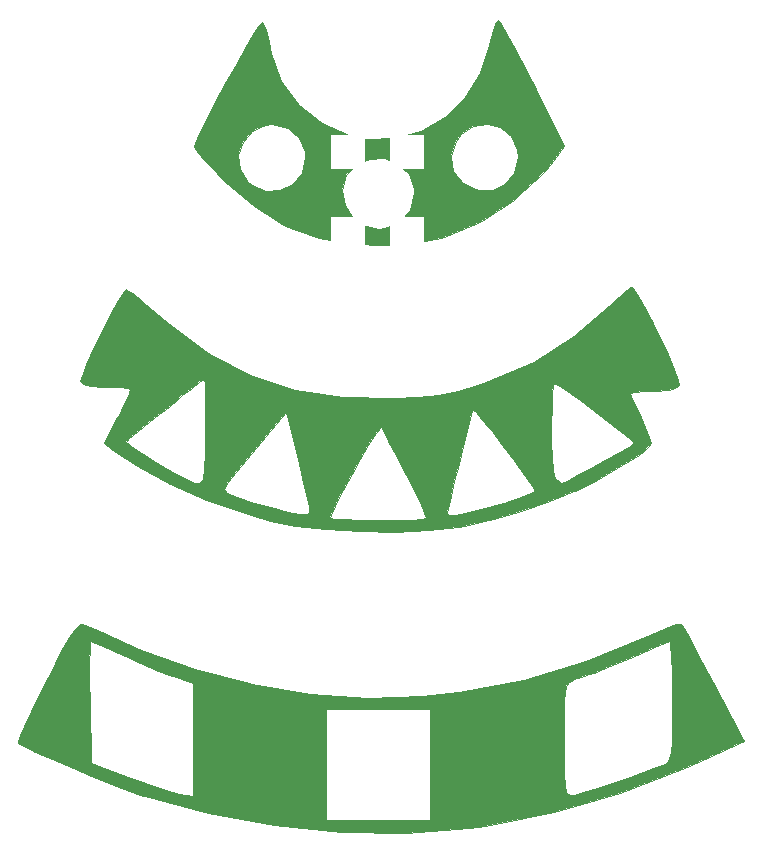
<source format=gbo>
G04 #@! TF.FileFunction,Legend,Bot*
%FSLAX46Y46*%
G04 Gerber Fmt 4.6, Leading zero omitted, Abs format (unit mm)*
G04 Created by KiCad (PCBNEW 4.0.0-rc1-stable) date 15/10/2016 23:53:53*
%MOMM*%
G01*
G04 APERTURE LIST*
%ADD10C,0.100000*%
%ADD11C,0.010000*%
%ADD12R,3.000000X3.000000*%
G04 APERTURE END LIST*
D10*
D11*
G36*
X85310014Y-150513925D02*
X84433876Y-150812613D01*
X83241538Y-151312526D01*
X82654167Y-151583003D01*
X77640689Y-153652472D01*
X72438965Y-155188718D01*
X66903791Y-156230349D01*
X63813527Y-156592392D01*
X59195344Y-156748581D01*
X54314516Y-156399166D01*
X49360900Y-155579884D01*
X49127765Y-155519466D01*
X44377778Y-155519466D01*
X44377778Y-165064633D01*
X43231250Y-164846659D01*
X42393403Y-164625622D01*
X41117063Y-164217694D01*
X39620306Y-163694296D01*
X38909722Y-163431366D01*
X35734722Y-162234046D01*
X35637097Y-157083689D01*
X35612315Y-155268764D01*
X35609700Y-153734127D01*
X35628014Y-152603330D01*
X35666021Y-151999921D01*
X35688676Y-151933333D01*
X36056407Y-152070380D01*
X36901757Y-152434593D01*
X38062606Y-152955578D01*
X38432135Y-153124567D01*
X39932927Y-153791703D01*
X41438573Y-154425189D01*
X42638757Y-154894715D01*
X42702084Y-154917633D01*
X44377778Y-155519466D01*
X49127765Y-155519466D01*
X44524355Y-154326474D01*
X39994736Y-152674672D01*
X37920179Y-151718432D01*
X36679155Y-151138312D01*
X35623424Y-150713232D01*
X34958806Y-150525023D01*
X34911503Y-150522222D01*
X34534640Y-150760771D01*
X33981781Y-151505803D01*
X33225628Y-152801389D01*
X32238883Y-154691604D01*
X31860576Y-155448187D01*
X31034495Y-157144504D01*
X30349519Y-158610111D01*
X29855388Y-159733697D01*
X29601848Y-160403948D01*
X29584645Y-160541125D01*
X30054625Y-160823088D01*
X31044020Y-161301661D01*
X32414439Y-161918299D01*
X34027495Y-162614458D01*
X35744797Y-163331595D01*
X37427957Y-164011165D01*
X38938585Y-164594624D01*
X40138292Y-165023428D01*
X40320834Y-165082958D01*
X45644065Y-166510420D01*
X51226249Y-167507539D01*
X56889062Y-168058839D01*
X62454183Y-168148843D01*
X67743289Y-167762073D01*
X69072222Y-167578298D01*
X74930966Y-166430503D01*
X80569006Y-164794149D01*
X86208645Y-162601518D01*
X87886758Y-161847043D01*
X91002682Y-160405523D01*
X89235195Y-157010867D01*
X84947222Y-157010867D01*
X84938796Y-159021950D01*
X84904976Y-160438158D01*
X84832953Y-161370061D01*
X84709918Y-161928228D01*
X84523061Y-162223228D01*
X84329861Y-162339707D01*
X83133318Y-162801440D01*
X81678590Y-163325876D01*
X80132114Y-163857685D01*
X78660325Y-164341538D01*
X77429660Y-164722103D01*
X76606555Y-164944051D01*
X76392361Y-164978454D01*
X76141810Y-164920927D01*
X75969462Y-164668342D01*
X75860985Y-164111645D01*
X75802051Y-163141787D01*
X75778329Y-161649713D01*
X75775000Y-160280237D01*
X75778628Y-158381015D01*
X75792027Y-157678571D01*
X64486111Y-157678571D01*
X64486111Y-167102777D01*
X55666667Y-167102777D01*
X55666667Y-157678571D01*
X64486111Y-157678571D01*
X75792027Y-157678571D01*
X75803711Y-157066094D01*
X75871549Y-156214222D01*
X76003440Y-155704145D01*
X76220685Y-155414608D01*
X76544582Y-155224360D01*
X76673544Y-155164959D01*
X77450444Y-154861524D01*
X77907783Y-154755555D01*
X78356156Y-154618464D01*
X79287819Y-154249868D01*
X80545380Y-153713779D01*
X81377361Y-153344444D01*
X82737600Y-152741433D01*
X83847888Y-152266975D01*
X84557765Y-151984412D01*
X84729233Y-151933333D01*
X84806572Y-152265347D01*
X84871836Y-153178401D01*
X84919680Y-154548009D01*
X84944760Y-156249688D01*
X84947222Y-157010867D01*
X89235195Y-157010867D01*
X88475645Y-155552067D01*
X87590228Y-153865589D01*
X86809020Y-152403983D01*
X86193735Y-151280675D01*
X85806084Y-150609088D01*
X85712499Y-150473579D01*
X85310014Y-150513925D01*
X85310014Y-150513925D01*
G37*
X85310014Y-150513925D02*
X84433876Y-150812613D01*
X83241538Y-151312526D01*
X82654167Y-151583003D01*
X77640689Y-153652472D01*
X72438965Y-155188718D01*
X66903791Y-156230349D01*
X63813527Y-156592392D01*
X59195344Y-156748581D01*
X54314516Y-156399166D01*
X49360900Y-155579884D01*
X49127765Y-155519466D01*
X44377778Y-155519466D01*
X44377778Y-165064633D01*
X43231250Y-164846659D01*
X42393403Y-164625622D01*
X41117063Y-164217694D01*
X39620306Y-163694296D01*
X38909722Y-163431366D01*
X35734722Y-162234046D01*
X35637097Y-157083689D01*
X35612315Y-155268764D01*
X35609700Y-153734127D01*
X35628014Y-152603330D01*
X35666021Y-151999921D01*
X35688676Y-151933333D01*
X36056407Y-152070380D01*
X36901757Y-152434593D01*
X38062606Y-152955578D01*
X38432135Y-153124567D01*
X39932927Y-153791703D01*
X41438573Y-154425189D01*
X42638757Y-154894715D01*
X42702084Y-154917633D01*
X44377778Y-155519466D01*
X49127765Y-155519466D01*
X44524355Y-154326474D01*
X39994736Y-152674672D01*
X37920179Y-151718432D01*
X36679155Y-151138312D01*
X35623424Y-150713232D01*
X34958806Y-150525023D01*
X34911503Y-150522222D01*
X34534640Y-150760771D01*
X33981781Y-151505803D01*
X33225628Y-152801389D01*
X32238883Y-154691604D01*
X31860576Y-155448187D01*
X31034495Y-157144504D01*
X30349519Y-158610111D01*
X29855388Y-159733697D01*
X29601848Y-160403948D01*
X29584645Y-160541125D01*
X30054625Y-160823088D01*
X31044020Y-161301661D01*
X32414439Y-161918299D01*
X34027495Y-162614458D01*
X35744797Y-163331595D01*
X37427957Y-164011165D01*
X38938585Y-164594624D01*
X40138292Y-165023428D01*
X40320834Y-165082958D01*
X45644065Y-166510420D01*
X51226249Y-167507539D01*
X56889062Y-168058839D01*
X62454183Y-168148843D01*
X67743289Y-167762073D01*
X69072222Y-167578298D01*
X74930966Y-166430503D01*
X80569006Y-164794149D01*
X86208645Y-162601518D01*
X87886758Y-161847043D01*
X91002682Y-160405523D01*
X89235195Y-157010867D01*
X84947222Y-157010867D01*
X84938796Y-159021950D01*
X84904976Y-160438158D01*
X84832953Y-161370061D01*
X84709918Y-161928228D01*
X84523061Y-162223228D01*
X84329861Y-162339707D01*
X83133318Y-162801440D01*
X81678590Y-163325876D01*
X80132114Y-163857685D01*
X78660325Y-164341538D01*
X77429660Y-164722103D01*
X76606555Y-164944051D01*
X76392361Y-164978454D01*
X76141810Y-164920927D01*
X75969462Y-164668342D01*
X75860985Y-164111645D01*
X75802051Y-163141787D01*
X75778329Y-161649713D01*
X75775000Y-160280237D01*
X75778628Y-158381015D01*
X75792027Y-157678571D01*
X64486111Y-157678571D01*
X64486111Y-167102777D01*
X55666667Y-167102777D01*
X55666667Y-157678571D01*
X64486111Y-157678571D01*
X75792027Y-157678571D01*
X75803711Y-157066094D01*
X75871549Y-156214222D01*
X76003440Y-155704145D01*
X76220685Y-155414608D01*
X76544582Y-155224360D01*
X76673544Y-155164959D01*
X77450444Y-154861524D01*
X77907783Y-154755555D01*
X78356156Y-154618464D01*
X79287819Y-154249868D01*
X80545380Y-153713779D01*
X81377361Y-153344444D01*
X82737600Y-152741433D01*
X83847888Y-152266975D01*
X84557765Y-151984412D01*
X84729233Y-151933333D01*
X84806572Y-152265347D01*
X84871836Y-153178401D01*
X84919680Y-154548009D01*
X84944760Y-156249688D01*
X84947222Y-157010867D01*
X89235195Y-157010867D01*
X88475645Y-155552067D01*
X87590228Y-153865589D01*
X86809020Y-152403983D01*
X86193735Y-151280675D01*
X85806084Y-150609088D01*
X85712499Y-150473579D01*
X85310014Y-150513925D01*
G36*
X81118991Y-122182278D02*
X80424112Y-122795563D01*
X79640812Y-123568222D01*
X76684279Y-126142753D01*
X73218983Y-128285035D01*
X69205768Y-130018574D01*
X68474520Y-130271538D01*
X66862051Y-130745549D01*
X65230463Y-131065656D01*
X63334258Y-131270697D01*
X61487500Y-131376870D01*
X57049848Y-131303940D01*
X52985620Y-130662563D01*
X49213968Y-129424150D01*
X45654043Y-127560110D01*
X42224997Y-125041852D01*
X41303572Y-124239271D01*
X40231412Y-123299863D01*
X39349744Y-122574623D01*
X38792133Y-122171338D01*
X38681951Y-122123611D01*
X38425860Y-122420850D01*
X37957677Y-123211887D01*
X37351696Y-124345705D01*
X36682215Y-125671283D01*
X36023529Y-127037604D01*
X35449936Y-128293648D01*
X35035731Y-129288397D01*
X34855212Y-129870832D01*
X34852778Y-129906990D01*
X35037190Y-130204888D01*
X35671724Y-130364074D01*
X36878326Y-130413752D01*
X36969445Y-130413888D01*
X38085960Y-130442127D01*
X38852953Y-130515524D01*
X39086111Y-130600337D01*
X38938498Y-130985815D01*
X38550882Y-131820505D01*
X38006097Y-132926256D01*
X37987414Y-132963293D01*
X36888717Y-135139799D01*
X37705901Y-135801515D01*
X39783569Y-137229699D01*
X42419210Y-138636354D01*
X45466630Y-139955706D01*
X48779636Y-141121977D01*
X50904167Y-141739664D01*
X53040954Y-142165176D01*
X55662922Y-142463642D01*
X58560205Y-142629329D01*
X61522937Y-142656506D01*
X64341251Y-142539443D01*
X66805280Y-142272409D01*
X67308334Y-142187621D01*
X69456820Y-141696906D01*
X70159868Y-141490850D01*
X64133334Y-141490850D01*
X63803790Y-141574287D01*
X62907998Y-141642259D01*
X61585218Y-141687492D01*
X60076389Y-141702777D01*
X58479152Y-141684977D01*
X57177953Y-141636592D01*
X56312051Y-141565143D01*
X56019445Y-141483644D01*
X56176043Y-141005854D01*
X56218165Y-140915748D01*
X54241537Y-140915748D01*
X54185763Y-141126048D01*
X53933663Y-141214463D01*
X53383071Y-141165779D01*
X52431821Y-140964780D01*
X50977749Y-140596253D01*
X49564182Y-140219196D01*
X48068759Y-139768408D01*
X47223359Y-139390018D01*
X46978917Y-139061104D01*
X46990251Y-139016670D01*
X47280093Y-138572573D01*
X47929462Y-137723750D01*
X48836785Y-136599511D01*
X49718661Y-135543182D01*
X50925860Y-134118055D01*
X45436111Y-134118055D01*
X45421648Y-136065780D01*
X45354537Y-137394583D01*
X45199199Y-138190890D01*
X44920054Y-138541127D01*
X44481523Y-138531722D01*
X43848024Y-138249100D01*
X43755630Y-138200082D01*
X42381421Y-137438181D01*
X41054154Y-136656482D01*
X39912270Y-135941993D01*
X39094210Y-135381725D01*
X38738414Y-135062684D01*
X38733334Y-135043617D01*
X38995752Y-134728173D01*
X39696631Y-134106381D01*
X40706407Y-133290410D01*
X41179479Y-132925885D01*
X42401331Y-131987402D01*
X43493599Y-131131541D01*
X44267323Y-130506859D01*
X44408457Y-130387281D01*
X45004339Y-129902495D01*
X45313701Y-129708333D01*
X45360074Y-130038840D01*
X45398387Y-130941306D01*
X45424931Y-132282147D01*
X45435998Y-133927780D01*
X45436111Y-134118055D01*
X50925860Y-134118055D01*
X52269906Y-132531377D01*
X53248712Y-136499716D01*
X53638208Y-138111103D01*
X53956775Y-139490282D01*
X54169468Y-140481821D01*
X54241537Y-140915748D01*
X56218165Y-140915748D01*
X56593776Y-140112270D01*
X57194553Y-138943029D01*
X57900281Y-137638268D01*
X58632868Y-136338123D01*
X59314223Y-135182731D01*
X59866252Y-134312228D01*
X60210865Y-133866750D01*
X60277578Y-133842407D01*
X60533194Y-134253675D01*
X61009592Y-135130118D01*
X61628713Y-136316897D01*
X62312498Y-137659170D01*
X62982890Y-139002097D01*
X63561828Y-140190838D01*
X63971255Y-141070551D01*
X64133111Y-141486396D01*
X64133334Y-141490850D01*
X70159868Y-141490850D01*
X71879390Y-140986877D01*
X74340098Y-140139446D01*
X76603001Y-139236526D01*
X76706740Y-139186816D01*
X73305556Y-139186816D01*
X72992115Y-139418824D01*
X72163051Y-139762308D01*
X70985246Y-140149890D01*
X70747917Y-140219474D01*
X68797005Y-140768535D01*
X67427785Y-141118702D01*
X66549958Y-141286115D01*
X66073227Y-141286914D01*
X65907294Y-141137241D01*
X65903538Y-141085416D01*
X65986786Y-140628871D01*
X66202595Y-139672734D01*
X66511042Y-138377415D01*
X66872200Y-136903327D01*
X67246144Y-135410880D01*
X67592951Y-134060487D01*
X67872694Y-133012559D01*
X68045449Y-132427508D01*
X68075401Y-132359250D01*
X68323355Y-132569515D01*
X68885617Y-133220610D01*
X69662320Y-134182168D01*
X70553598Y-135323820D01*
X71459584Y-136515197D01*
X72280412Y-137625932D01*
X72916214Y-138525656D01*
X73267124Y-139084001D01*
X73305556Y-139186816D01*
X76706740Y-139186816D01*
X78432154Y-138360030D01*
X78597222Y-138268478D01*
X80677117Y-137059614D01*
X82124751Y-136138486D01*
X82949278Y-135498899D01*
X83163704Y-135181279D01*
X81708536Y-135181279D01*
X81268509Y-135485568D01*
X80396272Y-136002921D01*
X79263501Y-136640150D01*
X78041875Y-137304068D01*
X76903071Y-137901487D01*
X76018767Y-138339220D01*
X75560641Y-138524081D01*
X75548160Y-138525154D01*
X75088493Y-138243728D01*
X74930799Y-137969758D01*
X74834040Y-137391544D01*
X74767283Y-136354238D01*
X74730107Y-135029016D01*
X74722092Y-133587053D01*
X74742817Y-132199527D01*
X74791860Y-131037614D01*
X74868802Y-130272491D01*
X74950242Y-130061111D01*
X75315400Y-130256724D01*
X76080200Y-130777057D01*
X77112964Y-131522350D01*
X78282014Y-132392841D01*
X79455672Y-133288770D01*
X80502262Y-134110376D01*
X81290104Y-134757899D01*
X81687522Y-135131578D01*
X81708536Y-135181279D01*
X83163704Y-135181279D01*
X83167006Y-135176388D01*
X83032433Y-134686117D01*
X82674455Y-133781697D01*
X82297943Y-132936498D01*
X81828318Y-131905650D01*
X81509551Y-131163760D01*
X81419445Y-130908025D01*
X81738714Y-130830779D01*
X82562667Y-130779435D01*
X83370794Y-130766666D01*
X84699584Y-130685633D01*
X85394780Y-130434281D01*
X85510121Y-130276806D01*
X85428471Y-129811924D01*
X85087789Y-128889316D01*
X84559440Y-127656848D01*
X83914790Y-126262384D01*
X83225204Y-124853791D01*
X82562049Y-123578936D01*
X81996689Y-122585682D01*
X81600491Y-122021897D01*
X81489949Y-121947222D01*
X81118991Y-122182278D01*
X81118991Y-122182278D01*
G37*
X81118991Y-122182278D02*
X80424112Y-122795563D01*
X79640812Y-123568222D01*
X76684279Y-126142753D01*
X73218983Y-128285035D01*
X69205768Y-130018574D01*
X68474520Y-130271538D01*
X66862051Y-130745549D01*
X65230463Y-131065656D01*
X63334258Y-131270697D01*
X61487500Y-131376870D01*
X57049848Y-131303940D01*
X52985620Y-130662563D01*
X49213968Y-129424150D01*
X45654043Y-127560110D01*
X42224997Y-125041852D01*
X41303572Y-124239271D01*
X40231412Y-123299863D01*
X39349744Y-122574623D01*
X38792133Y-122171338D01*
X38681951Y-122123611D01*
X38425860Y-122420850D01*
X37957677Y-123211887D01*
X37351696Y-124345705D01*
X36682215Y-125671283D01*
X36023529Y-127037604D01*
X35449936Y-128293648D01*
X35035731Y-129288397D01*
X34855212Y-129870832D01*
X34852778Y-129906990D01*
X35037190Y-130204888D01*
X35671724Y-130364074D01*
X36878326Y-130413752D01*
X36969445Y-130413888D01*
X38085960Y-130442127D01*
X38852953Y-130515524D01*
X39086111Y-130600337D01*
X38938498Y-130985815D01*
X38550882Y-131820505D01*
X38006097Y-132926256D01*
X37987414Y-132963293D01*
X36888717Y-135139799D01*
X37705901Y-135801515D01*
X39783569Y-137229699D01*
X42419210Y-138636354D01*
X45466630Y-139955706D01*
X48779636Y-141121977D01*
X50904167Y-141739664D01*
X53040954Y-142165176D01*
X55662922Y-142463642D01*
X58560205Y-142629329D01*
X61522937Y-142656506D01*
X64341251Y-142539443D01*
X66805280Y-142272409D01*
X67308334Y-142187621D01*
X69456820Y-141696906D01*
X70159868Y-141490850D01*
X64133334Y-141490850D01*
X63803790Y-141574287D01*
X62907998Y-141642259D01*
X61585218Y-141687492D01*
X60076389Y-141702777D01*
X58479152Y-141684977D01*
X57177953Y-141636592D01*
X56312051Y-141565143D01*
X56019445Y-141483644D01*
X56176043Y-141005854D01*
X56218165Y-140915748D01*
X54241537Y-140915748D01*
X54185763Y-141126048D01*
X53933663Y-141214463D01*
X53383071Y-141165779D01*
X52431821Y-140964780D01*
X50977749Y-140596253D01*
X49564182Y-140219196D01*
X48068759Y-139768408D01*
X47223359Y-139390018D01*
X46978917Y-139061104D01*
X46990251Y-139016670D01*
X47280093Y-138572573D01*
X47929462Y-137723750D01*
X48836785Y-136599511D01*
X49718661Y-135543182D01*
X50925860Y-134118055D01*
X45436111Y-134118055D01*
X45421648Y-136065780D01*
X45354537Y-137394583D01*
X45199199Y-138190890D01*
X44920054Y-138541127D01*
X44481523Y-138531722D01*
X43848024Y-138249100D01*
X43755630Y-138200082D01*
X42381421Y-137438181D01*
X41054154Y-136656482D01*
X39912270Y-135941993D01*
X39094210Y-135381725D01*
X38738414Y-135062684D01*
X38733334Y-135043617D01*
X38995752Y-134728173D01*
X39696631Y-134106381D01*
X40706407Y-133290410D01*
X41179479Y-132925885D01*
X42401331Y-131987402D01*
X43493599Y-131131541D01*
X44267323Y-130506859D01*
X44408457Y-130387281D01*
X45004339Y-129902495D01*
X45313701Y-129708333D01*
X45360074Y-130038840D01*
X45398387Y-130941306D01*
X45424931Y-132282147D01*
X45435998Y-133927780D01*
X45436111Y-134118055D01*
X50925860Y-134118055D01*
X52269906Y-132531377D01*
X53248712Y-136499716D01*
X53638208Y-138111103D01*
X53956775Y-139490282D01*
X54169468Y-140481821D01*
X54241537Y-140915748D01*
X56218165Y-140915748D01*
X56593776Y-140112270D01*
X57194553Y-138943029D01*
X57900281Y-137638268D01*
X58632868Y-136338123D01*
X59314223Y-135182731D01*
X59866252Y-134312228D01*
X60210865Y-133866750D01*
X60277578Y-133842407D01*
X60533194Y-134253675D01*
X61009592Y-135130118D01*
X61628713Y-136316897D01*
X62312498Y-137659170D01*
X62982890Y-139002097D01*
X63561828Y-140190838D01*
X63971255Y-141070551D01*
X64133111Y-141486396D01*
X64133334Y-141490850D01*
X70159868Y-141490850D01*
X71879390Y-140986877D01*
X74340098Y-140139446D01*
X76603001Y-139236526D01*
X76706740Y-139186816D01*
X73305556Y-139186816D01*
X72992115Y-139418824D01*
X72163051Y-139762308D01*
X70985246Y-140149890D01*
X70747917Y-140219474D01*
X68797005Y-140768535D01*
X67427785Y-141118702D01*
X66549958Y-141286115D01*
X66073227Y-141286914D01*
X65907294Y-141137241D01*
X65903538Y-141085416D01*
X65986786Y-140628871D01*
X66202595Y-139672734D01*
X66511042Y-138377415D01*
X66872200Y-136903327D01*
X67246144Y-135410880D01*
X67592951Y-134060487D01*
X67872694Y-133012559D01*
X68045449Y-132427508D01*
X68075401Y-132359250D01*
X68323355Y-132569515D01*
X68885617Y-133220610D01*
X69662320Y-134182168D01*
X70553598Y-135323820D01*
X71459584Y-136515197D01*
X72280412Y-137625932D01*
X72916214Y-138525656D01*
X73267124Y-139084001D01*
X73305556Y-139186816D01*
X76706740Y-139186816D01*
X78432154Y-138360030D01*
X78597222Y-138268478D01*
X80677117Y-137059614D01*
X82124751Y-136138486D01*
X82949278Y-135498899D01*
X83163704Y-135181279D01*
X81708536Y-135181279D01*
X81268509Y-135485568D01*
X80396272Y-136002921D01*
X79263501Y-136640150D01*
X78041875Y-137304068D01*
X76903071Y-137901487D01*
X76018767Y-138339220D01*
X75560641Y-138524081D01*
X75548160Y-138525154D01*
X75088493Y-138243728D01*
X74930799Y-137969758D01*
X74834040Y-137391544D01*
X74767283Y-136354238D01*
X74730107Y-135029016D01*
X74722092Y-133587053D01*
X74742817Y-132199527D01*
X74791860Y-131037614D01*
X74868802Y-130272491D01*
X74950242Y-130061111D01*
X75315400Y-130256724D01*
X76080200Y-130777057D01*
X77112964Y-131522350D01*
X78282014Y-132392841D01*
X79455672Y-133288770D01*
X80502262Y-134110376D01*
X81290104Y-134757899D01*
X81687522Y-135131578D01*
X81708536Y-135181279D01*
X83163704Y-135181279D01*
X83167006Y-135176388D01*
X83032433Y-134686117D01*
X82674455Y-133781697D01*
X82297943Y-132936498D01*
X81828318Y-131905650D01*
X81509551Y-131163760D01*
X81419445Y-130908025D01*
X81738714Y-130830779D01*
X82562667Y-130779435D01*
X83370794Y-130766666D01*
X84699584Y-130685633D01*
X85394780Y-130434281D01*
X85510121Y-130276806D01*
X85428471Y-129811924D01*
X85087789Y-128889316D01*
X84559440Y-127656848D01*
X83914790Y-126262384D01*
X83225204Y-124853791D01*
X82562049Y-123578936D01*
X81996689Y-122585682D01*
X81600491Y-122021897D01*
X81489949Y-121947222D01*
X81118991Y-122182278D01*
G36*
X69951602Y-99685912D02*
X69679340Y-100508784D01*
X69456659Y-101468253D01*
X68672761Y-103844398D01*
X67380165Y-105888076D01*
X65680005Y-107533012D01*
X63673419Y-108712931D01*
X61461544Y-109361557D01*
X59145515Y-109412616D01*
X57760826Y-109132608D01*
X55318006Y-108084640D01*
X53334992Y-106529054D01*
X51863693Y-104524914D01*
X50956020Y-102131283D01*
X50777402Y-101186802D01*
X50570360Y-100213256D01*
X50309966Y-99589725D01*
X50198450Y-99488555D01*
X49961329Y-99753977D01*
X49469523Y-100528058D01*
X48788615Y-101690777D01*
X47984186Y-103122113D01*
X47121820Y-104702046D01*
X46267100Y-106310557D01*
X45485609Y-107827623D01*
X44842928Y-109133226D01*
X44431408Y-110042596D01*
X44616985Y-110395457D01*
X45215083Y-111116025D01*
X46124363Y-112088519D01*
X46913793Y-112878693D01*
X49539723Y-115136403D01*
X52191309Y-116756069D01*
X55010348Y-117795581D01*
X58138637Y-118312825D01*
X60429167Y-118396285D01*
X63130912Y-118241941D01*
X65349048Y-117818996D01*
X65615813Y-117738299D01*
X68713179Y-116424316D01*
X71553189Y-114587905D01*
X72174967Y-114009722D01*
X63075000Y-114009722D01*
X62763034Y-115394756D01*
X61912880Y-116420562D01*
X60653150Y-116958528D01*
X60076389Y-117008333D01*
X58730472Y-116720448D01*
X57943687Y-116142424D01*
X57227261Y-115009320D01*
X57036842Y-113722186D01*
X57369154Y-112507717D01*
X58007298Y-111742271D01*
X59281388Y-111107100D01*
X60582882Y-111053253D01*
X61752334Y-111509390D01*
X62630297Y-112404168D01*
X63057323Y-113666245D01*
X63075000Y-114009722D01*
X72174967Y-114009722D01*
X73961184Y-112348744D01*
X74599660Y-111582526D01*
X75083362Y-110961673D01*
X71894445Y-110961673D01*
X71603999Y-112303076D01*
X70836215Y-113261646D01*
X69746420Y-113766865D01*
X68489940Y-113748219D01*
X67222103Y-113135192D01*
X67179520Y-113102173D01*
X66423640Y-112106890D01*
X66261141Y-110961673D01*
X53902778Y-110961673D01*
X53607859Y-112277474D01*
X52835652Y-113242054D01*
X51754983Y-113781817D01*
X50534675Y-113823170D01*
X49343553Y-113292519D01*
X49074820Y-113066283D01*
X48369516Y-111994035D01*
X48231130Y-110797757D01*
X48588575Y-109654681D01*
X49370763Y-108742038D01*
X50506610Y-108237061D01*
X51031118Y-108188888D01*
X52407264Y-108485867D01*
X53392980Y-109303238D01*
X53873982Y-110530651D01*
X53902778Y-110961673D01*
X66261141Y-110961673D01*
X66250170Y-110884357D01*
X66663758Y-109612294D01*
X67073154Y-109035148D01*
X68103037Y-108287552D01*
X69263646Y-108109886D01*
X70384525Y-108434039D01*
X71295219Y-109191899D01*
X71825273Y-110315354D01*
X71894445Y-110961673D01*
X75083362Y-110961673D01*
X75814621Y-110023070D01*
X73146769Y-104696257D01*
X72249295Y-102938533D01*
X71443904Y-101425253D01*
X70788378Y-100259963D01*
X70340497Y-99546206D01*
X70174246Y-99369444D01*
X69951602Y-99685912D01*
X69951602Y-99685912D01*
G37*
X69951602Y-99685912D02*
X69679340Y-100508784D01*
X69456659Y-101468253D01*
X68672761Y-103844398D01*
X67380165Y-105888076D01*
X65680005Y-107533012D01*
X63673419Y-108712931D01*
X61461544Y-109361557D01*
X59145515Y-109412616D01*
X57760826Y-109132608D01*
X55318006Y-108084640D01*
X53334992Y-106529054D01*
X51863693Y-104524914D01*
X50956020Y-102131283D01*
X50777402Y-101186802D01*
X50570360Y-100213256D01*
X50309966Y-99589725D01*
X50198450Y-99488555D01*
X49961329Y-99753977D01*
X49469523Y-100528058D01*
X48788615Y-101690777D01*
X47984186Y-103122113D01*
X47121820Y-104702046D01*
X46267100Y-106310557D01*
X45485609Y-107827623D01*
X44842928Y-109133226D01*
X44431408Y-110042596D01*
X44616985Y-110395457D01*
X45215083Y-111116025D01*
X46124363Y-112088519D01*
X46913793Y-112878693D01*
X49539723Y-115136403D01*
X52191309Y-116756069D01*
X55010348Y-117795581D01*
X58138637Y-118312825D01*
X60429167Y-118396285D01*
X63130912Y-118241941D01*
X65349048Y-117818996D01*
X65615813Y-117738299D01*
X68713179Y-116424316D01*
X71553189Y-114587905D01*
X72174967Y-114009722D01*
X63075000Y-114009722D01*
X62763034Y-115394756D01*
X61912880Y-116420562D01*
X60653150Y-116958528D01*
X60076389Y-117008333D01*
X58730472Y-116720448D01*
X57943687Y-116142424D01*
X57227261Y-115009320D01*
X57036842Y-113722186D01*
X57369154Y-112507717D01*
X58007298Y-111742271D01*
X59281388Y-111107100D01*
X60582882Y-111053253D01*
X61752334Y-111509390D01*
X62630297Y-112404168D01*
X63057323Y-113666245D01*
X63075000Y-114009722D01*
X72174967Y-114009722D01*
X73961184Y-112348744D01*
X74599660Y-111582526D01*
X75083362Y-110961673D01*
X71894445Y-110961673D01*
X71603999Y-112303076D01*
X70836215Y-113261646D01*
X69746420Y-113766865D01*
X68489940Y-113748219D01*
X67222103Y-113135192D01*
X67179520Y-113102173D01*
X66423640Y-112106890D01*
X66261141Y-110961673D01*
X53902778Y-110961673D01*
X53607859Y-112277474D01*
X52835652Y-113242054D01*
X51754983Y-113781817D01*
X50534675Y-113823170D01*
X49343553Y-113292519D01*
X49074820Y-113066283D01*
X48369516Y-111994035D01*
X48231130Y-110797757D01*
X48588575Y-109654681D01*
X49370763Y-108742038D01*
X50506610Y-108237061D01*
X51031118Y-108188888D01*
X52407264Y-108485867D01*
X53392980Y-109303238D01*
X53873982Y-110530651D01*
X53902778Y-110961673D01*
X66261141Y-110961673D01*
X66250170Y-110884357D01*
X66663758Y-109612294D01*
X67073154Y-109035148D01*
X68103037Y-108287552D01*
X69263646Y-108109886D01*
X70384525Y-108434039D01*
X71295219Y-109191899D01*
X71825273Y-110315354D01*
X71894445Y-110961673D01*
X75083362Y-110961673D01*
X75814621Y-110023070D01*
X73146769Y-104696257D01*
X72249295Y-102938533D01*
X71443904Y-101425253D01*
X70788378Y-100259963D01*
X70340497Y-99546206D01*
X70174246Y-99369444D01*
X69951602Y-99685912D01*
%LPC*%
D12*
X57500000Y-103500000D03*
X57500000Y-110500000D03*
X57500000Y-117500000D03*
X57500000Y-124500000D03*
X62500000Y-124500000D03*
X62500000Y-117500000D03*
X62500000Y-110500000D03*
X62500000Y-103500000D03*
M02*

</source>
